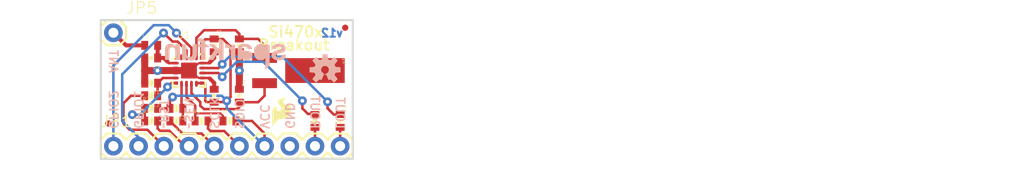
<source format=kicad_pcb>
(kicad_pcb (version 20211014) (generator pcbnew)
  (layers (0 "F.Cu" signal) (31 "B.Cu" signal) (34 "B.Paste" user) (35 "F.Paste" user) (36 "B.SilkS" user "B.Silkscreen") (37 "F.SilkS" user "F.Silkscreen") (38 "B.Mask" user) (39 "F.Mask" user) (44 "Edge.Cuts" user))
  (net 0 "")
  (net 1 "GND")
  (net 2 "N$1")
  (net 3 "N$2")
  (net 4 "~{RST-L}")
  (net 5 "~{SEN-L}")
  (net 6 "SCLK-L")
  (net 7 "SDIO-L")
  (net 8 "N$13")
  (net 9 "N$14")
  (net 10 "~{RST}")
  (net 11 "~{SEN}")
  (net 12 "SCLK")
  (net 13 "SDIO")
  (net 14 "GPIO1")
  (net 15 "GPIO2")
  (net 16 "3.3V")
  (net 17 "LOUT")
  (net 18 "ROUT")
  (net 19 "ANT")
  (net 20 "N$3")
  (footprint "boardEagle:0402-RES" (layer "F.Cu") (at 145.9611 108.1786)
    (fp_text reference "R9" (at -0.889 -0.6985) (layer "F.SilkS") (effects (font (size 0.373888 0.373888) (thickness 0.032512)) (justify left bottom)))
    (fp_text value "330")
    (pad "1" smd rect (at -0.65 0) (size 0.7 0.9) (layers "F.Cu" "F.Paste" "F.Mask") (net 7 "SDIO-L"))
    (pad "2" smd rect (at 0.65 0) (size 0.7 0.9) (layers "F.Cu" "F.Paste" "F.Mask") (net 13 "SDIO"))
  )
  (footprint "boardEagle:0402-RES" (layer "F.Cu") (at 143.4211 106.9086 180)
    (fp_text reference "R3" (at -0.889 -0.6985 180) (layer "F.SilkS") (effects (font (size 0.373888 0.373888) (thickness 0.032512)) (justify right top)))
    (fp_text value "4.7k")
    (pad "1" smd rect (at -0.65 0 180) (size 0.7 0.9) (layers "F.Cu" "F.Paste" "F.Mask") (net 6 "SCLK-L"))
    (pad "2" smd rect (at 0.65 0 180) (size 0.7 0.9) (layers "F.Cu" "F.Paste" "F.Mask") (net 16 "3.3V"))
  )
  (footprint "boardEagle:SPARKFUN_SI470X" (layer "F.Cu") (at 144.6911 103.0986)
    (fp_text reference "U1" (at -1.27 -3.175) (layer "F.SilkS") (effects (font (size 0.70104 0.70104) (thickness 0.06096)) (justify left bottom)))
    (fp_text value "SI4703")
    (pad "1" smd rect (at -1.275 -1.265) (size 0.34 0.34) (layers "F.Cu" "F.Paste" "F.Mask"))
    (pad "2" smd roundrect (at -1.335 -0.75 270) (size 0.28 0.61) (layers "F.Cu" "F.Paste" "F.Mask") (roundrect_rratio 0.475) (net 20 "N$3"))
    (pad "3" smd roundrect (at -1.335 -0.25 270) (size 0.28 0.61) (layers "F.Cu" "F.Paste" "F.Mask") (roundrect_rratio 0.475) (net 1 "GND"))
    (pad "4" smd roundrect (at -1.335 0.25 270) (size 0.28 0.61) (layers "F.Cu" "F.Paste" "F.Mask") (roundrect_rratio 0.475) (net 1 "GND"))
    (pad "5" smd roundrect (at -1.335 0.75 270) (size 0.28 0.61) (layers "F.Cu" "F.Paste" "F.Mask") (roundrect_rratio 0.475) (net 4 "~{RST-L}"))
    (pad "6" smd rect (at -1.265 1.265) (size 0.34 0.34) (layers "F.Cu" "F.Paste" "F.Mask") (net 5 "~{SEN-L}"))
    (pad "7" smd roundrect (at -0.75 1.335 180) (size 0.28 0.61) (layers "F.Cu" "F.Paste" "F.Mask") (roundrect_rratio 0.475) (net 6 "SCLK-L"))
    (pad "8" smd roundrect (at -0.25 1.335 180) (size 0.28 0.61) (layers "F.Cu" "F.Paste" "F.Mask") (roundrect_rratio 0.475) (net 7 "SDIO-L"))
    (pad "9" smd roundrect (at 0.25 1.335 180) (size 0.28 0.61) (layers "F.Cu" "F.Paste" "F.Mask") (roundrect_rratio 0.475) (net 2 "N$1"))
    (pad "10" smd roundrect (at 0.75 1.335 180) (size 0.28 0.61) (layers "F.Cu" "F.Paste" "F.Mask") (roundrect_rratio 0.475) (net 16 "3.3V"))
    (pad "11" smd rect (at 1.265 1.265) (size 0.34 0.34) (layers "F.Cu" "F.Paste" "F.Mask") (net 16 "3.3V"))
    (pad "12" smd roundrect (at 1.335 0.75 90) (size 0.28 0.61) (layers "F.Cu" "F.Paste" "F.Mask") (roundrect_rratio 0.475) (net 1 "GND"))
    (pad "13" smd roundrect (at 1.335 0.25 90) (size 0.28 0.61) (layers "F.Cu" "F.Paste" "F.Mask") (roundrect_rratio 0.475) (net 9 "N$14"))
    (pad "14" smd roundrect (at 1.335 -0.25 90) (size 0.28 0.61) (layers "F.Cu" "F.Paste" "F.Mask") (roundrect_rratio 0.475) (net 8 "N$13"))
    (pad "15" smd roundrect (at 1.335 -0.75 90) (size 0.28 0.61) (layers "F.Cu" "F.Paste" "F.Mask") (roundrect_rratio 0.475) (net 1 "GND"))
    (pad "16" smd rect (at 1.265 -1.265) (size 0.34 0.34) (layers "F.Cu" "F.Paste" "F.Mask") (net 16 "3.3V"))
    (pad "17" smd roundrect (at 0.75 -1.335) (size 0.28 0.61) (layers "F.Cu" "F.Paste" "F.Mask") (roundrect_rratio 0.475) (net 3 "N$2"))
    (pad "18" smd roundrect (at 0.25 -1.335) (size 0.28 0.61) (layers "F.Cu" "F.Paste" "F.Mask") (roundrect_rratio 0.475) (net 15 "GPIO2"))
    (pad "19" smd roundrect (at -0.25 -1.335) (size 0.28 0.61) (layers "F.Cu" "F.Paste" "F.Mask") (roundrect_rratio 0.475) (net 14 "GPIO1"))
    (pad "20" smd roundrect (at -0.75 -1.335) (size 0.28 0.61) (layers "F.Cu" "F.Paste" "F.Mask") (roundrect_rratio 0.475))
    (pad "21" smd roundrect (at 0 0) (size 1.6 1.6) (layers "F.Cu") (roundrect_rratio 0.05) (net 1 "GND"))
  )
  (footprint "boardEagle:0402-CAP" (layer "F.Cu") (at 157.3911 108.1786 -90)
    (fp_text reference "C7" (at -0.889 -0.6985 -90) (layer "F.SilkS") (effects (font (size 0.373888 0.373888) (thickness 0.032512)) (justify left bottom)))
    (fp_text value "1uF")
    (pad "1" smd rect (at -0.65 0 270) (size 0.7 0.9) (layers "F.Cu" "F.Paste" "F.Mask") (net 9 "N$14"))
    (pad "2" smd rect (at 0.65 0 270) (size 0.7 0.9) (layers "F.Cu" "F.Paste" "F.Mask") (net 18 "ROUT"))
  )
  (footprint "boardEagle:0402-RES" (layer "F.Cu") (at 140.8811 105.6386 180)
    (fp_text reference "R12" (at -0.889 -0.6985 180) (layer "F.SilkS") (effects (font (size 0.373888 0.373888) (thickness 0.032512)) (justify right top)))
    (fp_text value "330")
    (pad "1" smd rect (at -0.65 0 180) (size 0.7 0.9) (layers "F.Cu" "F.Paste" "F.Mask") (net 4 "~{RST-L}"))
    (pad "2" smd rect (at 0.65 0 180) (size 0.7 0.9) (layers "F.Cu" "F.Paste" "F.Mask") (net 10 "~{RST}"))
  )
  (footprint "boardEagle:1X01" (layer "F.Cu") (at 137.0711 99.2886)
    (fp_text reference "JP5" (at 1.1938 -1.8288) (layer "F.SilkS") (effects (font (size 1.1684 1.1684) (thickness 0.1016)) (justify left bottom)))
    (fp_text value "M01PTH")
    (pad "1" thru_hole circle (at 0 0 90) (size 1.8796 1.8796) (drill 1.016) (layers *.Cu *.Mask) (net 19 "ANT"))
  )
  (footprint "boardEagle:1X10" (layer "F.Cu") (at 137.0711 110.7186)
    (fp_text reference "JP1" (at -1.3462 -1.8288) (layer "F.SilkS") (effects (font (size 1.143 1.143) (thickness 0.127)) (justify left bottom)))
    (fp_text value "M10\"")
    (pad "1" thru_hole circle (at 0 0 90) (size 1.8796 1.8796) (drill 1.016) (layers *.Cu *.Mask) (net 15 "GPIO2"))
    (pad "2" thru_hole circle (at 2.54 0 90) (size 1.8796 1.8796) (drill 1.016) (layers *.Cu *.Mask) (net 14 "GPIO1"))
    (pad "3" thru_hole circle (at 5.08 0 90) (size 1.8796 1.8796) (drill 1.016) (layers *.Cu *.Mask) (net 10 "~{RST}"))
    (pad "4" thru_hole circle (at 7.62 0 90) (size 1.8796 1.8796) (drill 1.016) (layers *.Cu *.Mask) (net 11 "~{SEN}"))
    (pad "5" thru_hole circle (at 10.16 0 90) (size 1.8796 1.8796) (drill 1.016) (layers *.Cu *.Mask) (net 12 "SCLK"))
    (pad "6" thru_hole circle (at 12.7 0 90) (size 1.8796 1.8796) (drill 1.016) (layers *.Cu *.Mask) (net 13 "SDIO"))
    (pad "7" thru_hole circle (at 15.24 0 90) (size 1.8796 1.8796) (drill 1.016) (layers *.Cu *.Mask) (net 16 "3.3V"))
    (pad "8" thru_hole circle (at 17.78 0 90) (size 1.8796 1.8796) (drill 1.016) (layers *.Cu *.Mask) (net 1 "GND"))
    (pad "9" thru_hole circle (at 20.32 0 90) (size 1.8796 1.8796) (drill 1.016) (layers *.Cu *.Mask) (net 18 "ROUT"))
    (pad "10" thru_hole circle (at 22.86 0 90) (size 1.8796 1.8796) (drill 1.016) (layers *.Cu *.Mask) (net 17 "LOUT"))
  )
  (footprint "boardEagle:0402-RES" (layer "F.Cu") (at 140.8811 108.1786)
    (fp_text reference "R11" (at -0.889 -0.6985) (layer "F.SilkS") (effects (font (size 0.373888 0.373888) (thickness 0.032512)) (justify left bottom)))
    (fp_text value "330")
    (pad "1" smd rect (at -0.65 0) (size 0.7 0.9) (layers "F.Cu" "F.Paste" "F.Mask") (net 5 "~{SEN-L}"))
    (pad "2" smd rect (at 0.65 0) (size 0.7 0.9) (layers "F.Cu" "F.Paste" "F.Mask") (net 11 "~{SEN}"))
  )
  (footprint "boardEagle:0402-RES" (layer "F.Cu") (at 140.8811 106.9086)
    (fp_text reference "R2" (at -0.889 -0.6985) (layer "F.SilkS") (effects (font (size 0.373888 0.373888) (thickness 0.032512)) (justify left bottom)))
    (fp_text value "10k")
    (pad "1" smd rect (at -0.65 0) (size 0.7 0.9) (layers "F.Cu" "F.Paste" "F.Mask") (net 5 "~{SEN-L}"))
    (pad "2" smd rect (at 0.65 0) (size 0.7 0.9) (layers "F.Cu" "F.Paste" "F.Mask") (net 16 "3.3V"))
  )
  (footprint "boardEagle:0402-CAP" (layer "F.Cu") (at 159.9311 108.1786 -90)
    (fp_text reference "C6" (at -0.889 -0.6985 -90) (layer "F.SilkS") (effects (font (size 0.373888 0.373888) (thickness 0.032512)) (justify left bottom)))
    (fp_text value "1uF")
    (pad "1" smd rect (at -0.65 0 270) (size 0.7 0.9) (layers "F.Cu" "F.Paste" "F.Mask") (net 8 "N$13"))
    (pad "2" smd rect (at 0.65 0 270) (size 0.7 0.9) (layers "F.Cu" "F.Paste" "F.Mask") (net 17 "LOUT"))
  )
  (footprint "boardEagle:MICRO-FIDUCIAL" (layer "F.Cu") (at 136.5631 108.4326)
    (fp_text reference "JP4" hide)
    (fp_text value "FIDUCIALUFIDUCIAL" hide)
    (pad "1" smd roundrect (at 0 0) (size 0.635 0.635) (layers "F.Cu" "F.Mask") (roundrect_rratio 0.5))
  )
  (footprint "boardEagle:0402-RES" (layer "F.Cu") (at 148.7711 108.1786)
    (fp_text reference "R8" (at -0.889 -0.6985) (layer "F.SilkS") (effects (font (size 0.373888 0.373888) (thickness 0.032512)) (justify left bottom)))
    (fp_text value "4.7k")
    (pad "1" smd rect (at -0.65 0) (size 0.7 0.9) (layers "F.Cu" "F.Paste" "F.Mask") (net 7 "SDIO-L"))
    (pad "2" smd rect (at 0.65 0) (size 0.7 0.9) (layers "F.Cu" "F.Paste" "F.Mask") (net 16 "3.3V"))
  )
  (footprint "boardEagle:C0402" (layer "F.Cu") (at 140.8811 100.5586)
    (fp_text reference "L1" (at -0.889 -0.6985) (layer "F.SilkS") (effects (font (size 0.373888 0.373888) (thickness 0.032512)) (justify left bottom)))
    (fp_text value "ferrite")
    (pad "1" smd rect (at -0.65 0) (size 0.7 0.9) (layers "F.Cu" "F.Paste" "F.Mask") (net 19 "ANT"))
    (pad "2" smd rect (at 0.65 0) (size 0.7 0.9) (layers "F.Cu" "F.Paste" "F.Mask") (net 20 "N$3"))
  )
  (footprint "boardEagle:MICRO-FIDUCIAL" (layer "F.Cu") (at 160.4391 98.7806)
    (fp_text reference "JP6" hide)
    (fp_text value "FIDUCIALUFIDUCIAL" hide)
    (pad "1" smd roundrect (at 0 0) (size 0.635 0.635) (layers "F.Cu" "F.Mask") (roundrect_rratio 0.5))
  )
  (footprint "boardEagle:0402-RES" (layer "F.Cu") (at 143.4211 108.1786 180)
    (fp_text reference "R10" (at -0.889 -0.6985 180) (layer "F.SilkS") (effects (font (size 0.373888 0.373888) (thickness 0.032512)) (justify right top)))
    (fp_text value "330")
    (pad "1" smd rect (at -0.65 0 180) (size 0.7 0.9) (layers "F.Cu" "F.Paste" "F.Mask") (net 6 "SCLK-L"))
    (pad "2" smd rect (at 0.65 0 180) (size 0.7 0.9) (layers "F.Cu" "F.Paste" "F.Mask") (net 12 "SCLK"))
  )
  (footprint "boardEagle:CRYSTAL-32KHZ-SMD" (layer "F.Cu") (at 152.3111 103.0986 -90)
    (fp_text reference "Y1" (at -0.635 -8.255 -90) (layer "F.SilkS") (effects (font (size 0.373888 0.373888) (thickness 0.032512)) (justify left bottom)))
    (fp_text value "32.768kHz")
    (pad "SHEILD" smd rect (at 0 -5.08 270) (size 2.5 6) (layers "F.Cu" "F.Paste" "F.Mask"))
    (pad "X1" smd rect (at -1.27 0 270) (size 1 2.5) (layers "F.Cu" "F.Paste" "F.Mask") (net 3 "N$2"))
    (pad "X2" smd rect (at 1.27 0 270) (size 1 2.5) (layers "F.Cu" "F.Paste" "F.Mask") (net 2 "N$1"))
  )
  (footprint "boardEagle:0402-CAP" (layer "F.Cu") (at 149.7711 105.6386 -90)
    (fp_text reference "C4" (at -0.889 -0.6985 -90) (layer "F.SilkS") (effects (font (size 0.373888 0.373888) (thickness 0.032512)) (justify left bottom)))
    (fp_text value "22pF")
    (pad "1" smd rect (at -0.65 0 270) (size 0.7 0.9) (layers "F.Cu" "F.Paste" "F.Mask") (net 1 "GND"))
    (pad "2" smd rect (at 0.65 0 270) (size 0.7 0.9) (layers "F.Cu" "F.Paste" "F.Mask") (net 2 "N$1"))
  )
  (footprint "boardEagle:0402-CAP" (layer "F.Cu") (at 147.2311 105.6386 90)
    (fp_text reference "C2" (at -0.889 -0.6985 90) (layer "F.SilkS") (effects (font (size 0.373888 0.373888) (thickness 0.032512)) (justify left bottom)))
    (fp_text value "22nF")
    (pad "1" smd rect (at -0.65 0 90) (size 0.7 0.9) (layers "F.Cu" "F.Paste" "F.Mask") (net 16 "3.3V"))
    (pad "2" smd rect (at 0.65 0 90) (size 0.7 0.9) (layers "F.Cu" "F.Paste" "F.Mask") (net 1 "GND"))
  )
  (footprint "boardEagle:0402-CAP" (layer "F.Cu") (at 149.7711 100.5586 90)
    (fp_text reference "C3" (at -0.889 -0.6985 90) (layer "F.SilkS") (effects (font (size 0.373888 0.373888) (thickness 0.032512)) (justify left bottom)))
    (fp_text value "22pF")
    (pad "1" smd rect (at -0.65 0 90) (size 0.7 0.9) (layers "F.Cu" "F.Paste" "F.Mask") (net 1 "GND"))
    (pad "2" smd rect (at 0.65 0 90) (size 0.7 0.9) (layers "F.Cu" "F.Paste" "F.Mask") (net 3 "N$2"))
  )
  (footprint "boardEagle:0402-RES" (layer "F.Cu") (at 140.8811 104.3686 180)
    (fp_text reference "R1" (at -0.889 -0.6985 180) (layer "F.SilkS") (effects (font (size 0.373888 0.373888) (thickness 0.032512)) (justify right top)))
    (fp_text value "10k")
    (pad "1" smd rect (at -0.65 0 180) (size 0.7 0.9) (layers "F.Cu" "F.Paste" "F.Mask") (net 4 "~{RST-L}"))
    (pad "2" smd rect (at 0.65 0 180) (size 0.7 0.9) (layers "F.Cu" "F.Paste" "F.Mask") (net 1 "GND"))
  )
  (footprint "boardEagle:SFE-LOGO-FLAME" (layer "F.Cu") (at 153.1011 108.6917)
    (fp_text reference "JP3" hide)
    (fp_text value "LOGO-SFESK" hide)
  )
  (footprint "boardEagle:CREATIVE_COMMONS" (layer "F.Cu") (at 145.9611 109.4486)
    (fp_text reference "U$1" hide)
    (fp_text value "CREATIVE_COMMONS" hide)
  )
  (footprint "boardEagle:0402-CAP" (layer "F.Cu") (at 140.8811 101.8286 180)
    (fp_text reference "C5" (at -0.889 -0.6985 180) (layer "F.SilkS") (effects (font (size 0.373888 0.373888) (thickness 0.032512)) (justify right top)))
    (fp_text value "4.7pF")
    (pad "1" smd rect (at -0.65 0 180) (size 0.7 0.9) (layers "F.Cu" "F.Paste" "F.Mask") (net 20 "N$3"))
    (pad "2" smd rect (at 0.65 0 180) (size 0.7 0.9) (layers "F.Cu" "F.Paste" "F.Mask") (net 1 "GND"))
  )
  (footprint "boardEagle:0402-CAP" (layer "F.Cu") (at 147.2311 100.5586 -90)
    (fp_text reference "C1" (at -0.889 -0.6985 -90) (layer "F.SilkS") (effects (font (size 0.373888 0.373888) (thickness 0.032512)) (justify left bottom)))
    (fp_text value "0.1uF")
    (pad "1" smd rect (at -0.65 0 270) (size 0.7 0.9) (layers "F.Cu" "F.Paste" "F.Mask") (net 16 "3.3V"))
    (pad "2" smd rect (at 0.65 0 270) (size 0.7 0.9) (layers "F.Cu" "F.Paste" "F.Mask") (net 1 "GND"))
  )
  (footprint "boardEagle:OSHW-LOGO-S" (layer "B.Cu") (at 158.4071 103.0224 180)
    (fp_text reference "U$3" hide)
    (fp_text value "OSHW-LOGOS" hide)
  )
  (footprint "boardEagle:SFE-NEW-WEB" (layer "B.Cu") (at 154.4701 102.9716 180)
    (fp_text reference "JP2" hide)
    (fp_text value "LOGO-SFENW2" hide)
  )
  (gr_line (start 161.2011 111.9886) (end 161.2011 98.0186) (layer "Edge.Cuts") (width 0.2032))
  (gr_line (start 161.2011 98.0186) (end 135.8011 98.0186) (layer "Edge.Cuts") (width 0.2032))
  (gr_line (start 135.8011 111.9886) (end 161.2011 111.9886) (layer "Edge.Cuts") (width 0.2032))
  (gr_line (start 135.8011 98.0186) (end 135.8011 111.9886) (layer "Edge.Cuts") (width 0.2032))
  (gr_text "v12" (at 160.3121 99.7966) (layer "B.Cu") (effects (font (size 0.8128 0.8128) (thickness 0.2032)) (justify left bottom mirror)))
  (gr_text "~SEN" (at 144.1831 109.0676 -90) (layer "B.SilkS") (effects (font (size 0.8636 0.8636) (thickness 0.1524)) (justify left bottom mirror)))
  (gr_text "GND" (at 154.3431 109.0676 -90) (layer "B.SilkS") (effects (font (size 0.8636 0.8636) (thickness 0.1524)) (justify left bottom mirror)))
  (gr_text "SCLK" (at 146.7231 109.0676 -90) (layer "B.SilkS") (effects (font (size 0.8636 0.8636) (thickness 0.1524)) (justify left bottom mirror)))
  (gr_text "GPIO1" (at 139.1031 109.0676 -90) (layer "B.SilkS") (effects (font (size 0.8636 0.8636) (thickness 0.1524)) (justify left bottom mirror)))
  (gr_text "LOUT" (at 159.4231 109.0676 -90) (layer "B.SilkS") (effects (font (size 0.8636 0.8636) (thickness 0.1524)) (justify left bottom mirror)))
  (gr_text "SDIO" (at 149.2631 109.0676 -90) (layer "B.SilkS") (effects (font (size 0.8636 0.8636) (thickness 0.1524)) (justify left bottom mirror)))
  (gr_text "ANT" (at 136.5631 103.4288 -90) (layer "B.SilkS") (effects (font (size 0.8636 0.8636) (thickness 0.1524)) (justify left bottom mirror)))
  (gr_text "VCC" (at 151.8031 109.0676 -90) (layer "B.SilkS") (effects (font (size 0.8636 0.8636) (thickness 0.1524)) (justify left bottom mirror)))
  (gr_text "ROUT" (at 156.8831 109.0676 -90) (layer "B.SilkS") (effects (font (size 0.8636 0.8636) (thickness 0.1524)) (justify left bottom mirror)))
  (gr_text "GPIO2" (at 136.5631 109.0676 -90) (layer "B.SilkS") (effects (font (size 0.8636 0.8636) (thickness 0.1524)) (justify left bottom mirror)))
  (gr_text "~RST" (at 141.6431 109.0676 -90) (layer "B.SilkS") (effects (font (size 0.8636 0.8636) (thickness 0.1524)) (justify left bottom mirror)))
  (gr_text "Si470x" (at 152.5677 99.827) (layer "F.SilkS") (effects (font (size 1.0795 1.0795) (thickness 0.1905)) (justify left bottom)))
  (gr_text "Breakout" (at 151.6025 101.1478) (layer "F.SilkS") (effects (font (size 1.0795 1.0795) (thickness 0.1905)) (justify left bottom)))
  (segment (start 143.1061 103.0986) (end 143.1061 103.0986) (width 0.254) (layer "F.Cu") (net 1))
  (segment (start 145.6951 102.3486) (end 145.2499 102.7176) (width 0.2032) (layer "F.Cu") (net 1))
  (segment (start 149.7711 104.9886) (end 149.7711 103.0986) (width 0.7112) (layer "F.Cu") (net 1))
  (segment (start 140.2311 101.8286) (end 140.2311 103.0986) (width 0.7112) (layer "F.Cu") (net 1))
  (segment (start 146.7365 103.8486) (end 146.7993 103.9114) (width 0.254) (layer "F.Cu") (net 1))
  (segment (start 144.6657 103.0986) (end 144.4371 103.3272) (width 0.2032) (layer "F.Cu") (net 1))
  (segment (start 144.6911 103.0986) (end 144.9451 103.0986) (width 0.254) (layer "F.Cu") (net 1))
  (segment (start 144.4411 103.3486) (end 144.4411 103.3486) (width 0.254) (layer "F.Cu") (net 1))
  (segment (start 146.0261 102.3486) (end 146.7111 102.3486) (width 0.254) (layer "F.Cu") (net 1))
  (segment (start 147.2311 101.8286) (end 147.2311 101.2086) (width 0.4064) (layer "F.Cu") (net 1))
  (segment (start 144.6911 103.0986) (end 144.6657 103.0986) (width 0.2032) (layer "F.Cu") (net 1))
  (segment (start 147.2311 104.3686) (end 147.2311 104.9886) (width 0.4064) (layer "F.Cu") (net 1))
  (segment (start 146.7111 103.8486) (end 146.7365 103.8486) (width 0.254) (layer "F.Cu") (net 1))
  (segment (start 146.0261 103.8486) (end 146.7111 103.8486) (width 0.254) (layer "F.Cu") (net 1))
  (segment (start 140.2311 104.3536) (end 140.2461 104.3686) (width 0.254) (layer "F.Cu") (net 1))
  (segment (start 143.201771 103.07957) (end 143.282877 103.025377) (width 0.254) (layer "F.Cu") (net 1))
  (segment (start 144.4625 103.3272) (end 144.6911 103.0986) (width 0.2032) (layer "F.Cu") (net 1))
  (segment (start 146.7111 102.3486) (end 146.7739 102.2858) (width 0.254) (layer "F.Cu") (net 1))
  (segment (start 143.3561 103.3486) (end 143.3561 103.1128) (width 0.2032) (layer "F.Cu") (net 1))
  (segment (start 147.2311 101.8286) (end 146.7739 102.2858) (width 0.4064) (layer "F.Cu") (net 1))
  (segment (start 146.0261 103.8486) (end 145.6697 103.8486) (width 0.2032) (layer "F.Cu") (net 1))
  (segment (start 146.0261 102.3486) (end 145.6951 102.3486) (width 0.2032) (layer "F.Cu") (net 1))
  (segment (start 147.2311 104.3686) (end 147.2311 104.3432) (width 0.4064) (layer "F.Cu") (net 1))
  (segment (start 147.2311 104.3432) (end 146.7993 103.9114) (width 0.4064) (layer "F.Cu") (net 1))
  (segment (start 140.2311 104.3686) (end 140.2461 104.3686) (width 0.7112) (layer "F.Cu") (net 1))
  (segment (start 143.3561 102.8486) (end 143.3561 103.3486) (width 0.254) (layer "F.Cu") (net 1))
  (segment (start 143.3703 103.0986) (end 144.6911 103.0986) (width 0.7112) (layer "F.Cu") (net 1))
  (segment (start 141.5161 103.0986) (end 140.2311 103.0986) (width 0.7112) (layer "F.Cu") (net 1))
  (segment (start 145.2499 102.7176) (end 145.0721 102.7176) (width 0.2032) (layer "F.Cu") (net 1))
  (segment (start 145.6697 103.8486) (end 145.3261 103.5812) (width 0.2032) (layer "F.Cu") (net 1))
  (segment (start 144.536771 103.32957) (end 144.617877 103.275377) (width 0.254) (layer "F.Cu") (net 1))
  (segment (start 143.3561 103.1128) (end 143.3703 103.0986) (width 0.2032) (layer "F.Cu") (net 1))
  (segment (start 145.1737 103.5812) (end 144.6911 103.0986) (width 0.2032) (layer "F.Cu") (net 1))
  (segment (start 149.7711 101.2086) (end 149.7711 103.0986) (width 0.7112) (layer "F.Cu") (net 1))
  (segment (start 140.2311 103.0986) (end 140.2311 104.3536) (width 0.7112) (layer "F.Cu") (net 1))
  (segment (start 143.1061 103.0986) (end 143.201771 103.07957) (width 0.254) (layer "F.Cu") (net 1))
  (segment (start 145.3261 103.5812) (end 145.1737 103.5812) (width 0.2032) (layer "F.Cu") (net 1))
  (segment (start 144.4411 103.3486) (end 144.536771 103.32957) (width 0.254) (layer "F.Cu") (net 1))
  (segment (start 144.617877 103.275377) (end 144.6911 103.0986) (width 0.254) (layer "F.Cu") (net 1))
  (segment (start 143.282877 103.025377) (end 143.3561 102.8486) (width 0.254) (layer "F.Cu") (net 1))
  (segment (start 144.4371 103.3272) (end 144.4625 103.3272) (width 0.2032) (layer "F.Cu") (net 1))
  (segment (start 141.5161 103.0986) (end 143.1061 103.0986) (width 0.7112) (layer "F.Cu") (net 1))
  (segment (start 145.0721 102.7176) (end 144.6911 103.0986) (width 0.2032) (layer "F.Cu") (net 1))
  (via (at 149.7711 103.0986) (size 0.889) (drill 0.381) (layers "F.Cu" "B.Cu") (net 1))
  (via (at 141.5161 103.0986) (size 0.889) (drill 0.381) (layers "F.Cu" "B.Cu") (net 1))
  (segment (start 149.7711 106.2886) (end 151.6611 106.2886) (width 0.254) (layer "F.Cu") (net 2))
  (segment (start 146.2151 106.9848) (end 149.5171 106.9848) (width 0.254) (layer "F.Cu") (net 2))
  (segment (start 144.9411 105.3806) (end 145.4531 105.8926) (width 0.254) (layer "F.Cu") (net 2))
  (segment (start 151.6611 106.2886) (end 152.3111 105.6386) (width 0.254) (layer "F.Cu") (net 2))
  (segment (start 149.7711 106.7816) (end 149.6441 106.9086) (width 0.254) (layer "F.Cu") (net 2))
  (segment (start 145.8341 106.2736) (end 145.4531 105.8926) (width 0.254) (layer "F.Cu") (net 2))
  (segment (start 149.5171 106.9848) (end 149.6441 106.9086) (width 0.254) (layer "F.Cu") (net 2))
  (segment (start 145.8341 106.6546) (end 146.2151 106.9848) (width 0.254) (layer "F.Cu") (net 2))
  (segment (start 144.9411 104.8726) (end 144.9411 105.3806) (width 0.254) (layer "F.Cu") (net 2))
  (segment (start 145.8341 106.6546) (end 145.8341 106.2736) (width 0.254) (layer "F.Cu") (net 2))
  (segment (start 144.9411 104.4336) (end 144.9411 104.8726) (width 0.254) (layer "F.Cu") (net 2))
  (segment (start 149.7711 106.2886) (end 149.7711 106.7816) (width 0.254) (layer "F.Cu") (net 2))
  (segment (start 152.3111 105.6386) (end 152.3111 104.3686) (width 0.254) (layer "F.Cu") (net 2))
  (segment (start 152.3111 100.5586) (end 152.3111 101.8286) (width 0.254) (layer "F.Cu") (net 3))
  (segment (start 146.2151 99.0346) (end 149.3901 99.0346) (width 0.254) (layer "F.Cu") (net 3))
  (segment (start 149.7711 99.4156) (end 149.7076 99.3521) (width 0.254) (layer "F.Cu") (net 3))
  (segment (start 149.7711 99.9086) (end 151.6611 99.9086) (width 0.254) (layer "F.Cu") (net 3))
  (segment (start 149.7076 99.3521) (end 149.7711 99.4156) (width 0.254) (layer "F.Cu") (net 3))
  (segment (start 151.6611 99.9086) (end 152.3111 100.5586) (width 0.254) (layer "F.Cu") (net 3))
  (segment (start 149.7711 99.9086) (end 149.7711 99.4156) (width 0.254) (layer "F.Cu") (net 3))
  (segment (start 145.4411 101.7636) (end 145.4411 99.8086) (width 0.254) (layer "F.Cu") (net 3))
  (segment (start 149.3901 99.0346) (end 149.7076 99.3521) (width 0.254) (layer "F.Cu") (net 3))
  (segment (start 145.4411 99.8086) (end 146.2151 99.0346) (width 0.254) (layer "F.Cu") (net 3))
  (segment (start 141.5311 105.6386) (end 141.5311 104.3686) (width 0.254) (layer "F.Cu") (net 4))
  (segment (start 143.3561 103.8486) (end 142.0511 103.8486) (width 0.254) (layer "F.Cu") (net 4))
  (segment (start 142.0511 103.8486) (end 141.5311 104.3686) (width 0.254) (layer "F.Cu") (net 4))
  (segment (start 140.2311 108.1786) (end 140.2311 106.9086) (width 0.254) (layer "F.Cu") (net 5))
  (segment (start 142.9181 104.3636) (end 142.5321 104.7496) (width 0.254) (layer "F.Cu") (net 5))
  (segment (start 140.2311 108.1786) (end 140.2311 107.5436) (width 0.254) (layer "F.Cu") (net 5))
  (segment (start 143.4261 104.3636) (end 142.9181 104.3636) (width 0.254) (layer "F.Cu") (net 5))
  (segment (start 140.2311 107.5436) (end 138.9761 107.5436) (width 0.254) (layer "F.Cu") (net 5))
  (via (at 142.5321 104.7496) (size 0.889) (drill 0.381) (layers "F.Cu" "B.Cu") (net 5))
  (via (at 138.9761 107.5436) (size 0.889) (drill 0.381) (layers "F.Cu" "B.Cu") (net 5))
  (segment (start 138.9761 107.5436) (end 139.7381 107.5436) (width 0.254) (layer "B.Cu") (net 5))
  (segment (start 139.7381 107.5436) (end 142.5321 104.7496) (width 0.254) (layer "B.Cu") (net 5))
  (segment (start 143.9411 106.6666) (end 144.0561 106.7816) (width 0.254) (layer "F.Cu") (net 6))
  (segment (start 144.0711 106.9086) (end 144.0711 106.7966) (width 0.254) (layer "F.Cu") (net 6))
  (segment (start 144.0711 108.1786) (end 144.0711 106.9086) (width 0.254) (layer "F.Cu") (net 6))
  (segment (start 143.9411 104.4336) (end 143.9411 106.6666) (width 0.254) (layer "F.Cu") (net 6))
  (segment (start 144.0711 106.7966) (end 144.0561 106.7816) (width 0.254) (layer "F.Cu") (net 6))
  (segment (start 145.3261 108.1636) (end 145.3111 108.1786) (width 0.254) (layer "F.Cu") (net 7))
  (segment (start 144.4411 105.7696) (end 144.8181 106.1466) (width 0.254) (layer "F.Cu") (net 7))
  (segment (start 145.3261 106.6546) (end 144.8181 106.1466) (width 0.254) (layer "F.Cu") (net 7))
  (segment (start 148.1211 108.1786) (end 148.1211 107.6716) (width 0.2032) (layer "F.Cu") (net 7))
  (segment (start 144.4411 104.4336) (end 144.4411 105.7696) (width 0.254) (layer "F.Cu") (net 7))
  (segment (start 145.3261 108.1636) (end 145.3261 107.4166) (width 0.254) (layer "F.Cu") (net 7))
  (segment (start 147.8661 107.4166) (end 145.4531 107.4166) (width 0.2032) (layer "F.Cu") (net 7))
  (segment (start 145.3261 107.4166) (end 145.3261 106.6546) (width 0.254) (layer "F.Cu") (net 7))
  (segment (start 145.4531 107.4166) (end 145.3261 107.4166) (width 0.2032) (layer "F.Cu") (net 7))
  (segment (start 148.1211 107.6716) (end 147.8661 107.4166) (width 0.2032) (layer "F.Cu") (net 7))
  (segment (start 146.0261 102.8486) (end 147.6589 102.8486) (width 0.254) (layer "F.Cu") (net 8))
  (segment (start 158.6611 106.9086) (end 158.6611 106.2482) (width 0.254) (layer "F.Cu") (net 8))
  (segment (start 159.2811 107.5286) (end 158.6611 106.9086) (width 0.254) (layer "F.Cu") (net 8))
  (segment (start 147.6589 102.8486) (end 148.0439 102.4636) (width 0.254) (layer "F.Cu") (net 8))
  (segment (start 159.9311 107.5286) (end 159.2811 107.5286) (width 0.254) (layer "F.Cu") (net 8))
  (via (at 158.6611 106.2482) (size 0.889) (drill 0.381) (layers "F.Cu" "B.Cu") (net 8))
  (via (at 148.0439 102.4636) (size 0.889) (drill 0.381) (layers "F.Cu" "B.Cu") (net 8))
  (segment (start 148.7551 101.7016) (end 154.1145 101.7016) (width 0.254) (layer "B.Cu") (net 8))
  (segment (start 148.0439 102.4128) (end 148.7551 101.7016) (width 0.254) (layer "B.Cu") (net 8))
  (segment (start 156.3751 103.9622) (end 158.6611 106.2482) (width 0.254) (layer "B.Cu") (net 8))
  (segment (start 154.1145 101.7016) (end 156.3751 103.9622) (width 0.254) (layer "B.Cu") (net 8))
  (segment (start 148.0439 102.4636) (end 148.0439 102.4128) (width 0.254) (layer "B.Cu") (net 8))
  (segment (start 156.1211 106.1466) (end 156.1211 106.172) (width 0.254) (layer "F.Cu") (net 9))
  (segment (start 147.6589 103.3486) (end 148.0439 103.7336) (width 0.254) (layer "F.Cu") (net 9))
  (segment (start 156.6799 107.4674) (end 156.1211 106.9086) (width 0.254) (layer "F.Cu") (net 9))
  (segment (start 157.3911 107.4674) (end 157.4165 107.4674) (width 0.254) (layer "F.Cu") (net 9))
  (segment (start 156.1211 106.9086) (end 156.1211 106.172) (width 0.254) (layer "F.Cu") (net 9))
  (segment (start 157.3911 107.5286) (end 157.3911 107.4674) (width 0.254) (layer "F.Cu") (net 9))
  (segment (start 156.1211 106.172) (end 156.1211 106.1466) (width 0.254) (layer "F.Cu") (net 9))
  (segment (start 157.3911 107.4674) (end 156.6799 107.4674) (width 0.254) (layer "F.Cu") (net 9))
  (segment (start 146.0261 103.3486) (end 147.6589 103.3486) (width 0.254) (layer "F.Cu") (net 9))
  (via (at 148.0439 103.7336) (size 0.889) (drill 0.381) (layers "F.Cu" "B.Cu") (net 9))
  (via (at 156.1211 106.1466) (size 0.889) (drill 0.381) (layers "F.Cu" "B.Cu") (net 9))
  (segment (start 156.1211 106.1466) (end 152.1841 102.2096) (width 0.254) (layer "B.Cu") (net 9))
  (segment (start 148.0439 103.7336) (end 148.0439 103.6828) (width 0.254) (layer "B.Cu") (net 9))
  (segment (start 148.0439 103.6828) (end 149.5171 102.2096) (width 0.254) (layer "B.Cu") (net 9))
  (segment (start 149.5171 102.2096) (end 152.1841 102.2096) (width 0.254) (layer "B.Cu") (net 9))
  (segment (start 142.1511 110.7186) (end 140.5001 109.0676) (width 0.254) (layer "F.Cu") (net 10))
  (segment (start 138.7221 109.0676) (end 138.0871 108.4326) (width 0.254) (layer "F.Cu") (net 10))
  (segment (start 138.0871 108.4326) (end 138.0871 106.4006) (width 0.254) (layer "F.Cu") (net 10))
  (segment (start 138.0871 106.4006) (end 138.8491 105.6386) (width 0.254) (layer "F.Cu") (net 10))
  (segment (start 138.8491 105.6386) (end 140.2311 105.6386) (width 0.254) (layer "F.Cu") (net 10))
  (segment (start 140.5001 109.0676) (end 138.7221 109.0676) (width 0.254) (layer "F.Cu") (net 10))
  (segment (start 142.7099 109.1692) (end 141.7701 109.1692) (width 0.254) (layer "F.Cu") (net 11))
  (segment (start 144.6911 110.7186) (end 144.2593 110.7186) (width 0.254) (layer "F.Cu") (net 11))
  (segment (start 141.5311 108.9302) (end 141.5415 108.9406) (width 0.254) (layer "F.Cu") (net 11))
  (segment (start 141.5311 108.1786) (end 141.5311 108.9302) (width 0.254) (layer "F.Cu") (net 11))
  (segment (start 141.7701 109.1692) (end 141.5415 108.9406) (width 0.254) (layer "F.Cu") (net 11))
  (segment (start 144.2593 110.7186) (end 142.7099 109.1692) (width 0.254) (layer "F.Cu") (net 11))
  (segment (start 147.2311 110.7186) (end 145.9611 109.4486) (width 0.254) (layer "F.Cu") (net 12))
  (segment (start 144.0411 109.4486) (end 142.7711 108.1786) (width 0.254) (layer "F.Cu") (net 12))
  (segment (start 145.9611 109.4486) (end 144.0411 109.4486) (width 0.254) (layer "F.Cu") (net 12))
  (segment (start 146.6111 108.1786) (end 146.6111 108.9556) (width 0.254) (layer "F.Cu") (net 13))
  (segment (start 146.6111 108.9556) (end 146.8501 109.1946) (width 0.254) (layer "F.Cu") (net 13))
  (segment (start 148.2471 109.1946) (end 149.7711 110.7186) (width 0.254) (layer "F.Cu") (net 13))
  (segment (start 146.8501 109.1946) (end 148.2471 109.1946) (width 0.254) (layer "F.Cu") (net 13))
  (segment (start 144.4411 101.7636) (end 144.4411 101.0706) (width 0.254) (layer "F.Cu") (net 14))
  (segment (start 143.5481 100.1776) (end 143.0401 100.1776) (width 0.254) (layer "F.Cu") (net 14))
  (segment (start 143.0401 100.1776) (end 142.1257 99.314) (width 0.254) (layer "F.Cu") (net 14))
  (segment (start 144.4411 101.0706) (end 143.5481 100.1776) (width 0.254) (layer "F.Cu") (net 14))
  (via (at 142.1257 99.314) (size 0.889) (drill 0.381) (layers "F.Cu" "B.Cu") (net 14))
  (segment (start 137.9601 108.1786) (end 137.9601 103.4796) (width 0.254) (layer "B.Cu") (net 14))
  (segment (start 142.1257 99.314) (end 142.1511 99.2886) (width 0.254) (layer "B.Cu") (net 14))
  (segment (start 142.1257 99.314) (end 142.1511 99.2886) (width 0.254) (layer "B.Cu") (net 14))
  (segment (start 137.9601 103.4796) (end 142.1257 99.314) (width 0.254) (layer "B.Cu") (net 14))
  (segment (start 139.6111 109.8296) (end 137.9601 108.1786) (width 0.254) (layer "B.Cu") (net 14))
  (segment (start 139.6111 110.7186) (end 139.6111 109.8296) (width 0.254) (layer "B.Cu") (net 14))
  (segment (start 144.9411 101.7636) (end 144.9411 100.8086) (width 0.254) (layer "F.Cu") (net 15))
  (segment (start 144.9411 100.8086) (end 143.4211 99.314) (width 0.254) (layer "F.Cu") (net 15))
  (via (at 143.4211 99.314) (size 0.889) (drill 0.381) (layers "F.Cu" "B.Cu") (net 15))
  (segment (start 141.1859 98.5266) (end 142.6083 98.5266) (width 0.254) (layer "B.Cu") (net 15))
  (segment (start 142.6591 98.5266) (end 143.4211 99.314) (width 0.254) (layer "B.Cu") (net 15))
  (segment (start 137.0711 102.5906) (end 141.1351 98.5266) (width 0.254) (layer "B.Cu") (net 15))
  (segment (start 141.1351 98.5266) (end 141.1859 98.5266) (width 0.254) (layer "B.Cu") (net 15))
  (segment (start 137.0711 110.7186) (end 137.0711 102.5906) (width 0.254) (layer "B.Cu") (net 15))
  (segment (start 142.6083 98.5266) (end 142.6591 98.5266) (width 0.254) (layer "B.Cu") (net 15))
  (segment (start 148.8821 100.6856) (end 148.1201 99.9236) (width 0.254) (layer "F.Cu") (net 16))
  (segment (start 147.2311 106.2886) (end 147.2311 106.2736) (width 0.254) (layer "F.Cu") (net 16))
  (segment (start 147.2461 99.9236) (end 147.2311 99.9086) (width 0.254) (layer "F.Cu") (net 16))
  (segment (start 147.2461 106.2736) (end 148.3741 106.2736) (width 0.254) (layer "F.Cu") (net 16))
  (segment (start 147.2461 106.2736) (end 147.2311 106.2886) (width 0.254) (layer "F.Cu") (net 16))
  (segment (start 147.2565 99.949) (end 147.2565 99.934) (width 0.254) (layer "F.Cu") (net 16))
  (segment (start 148.5011 106.1466) (end 148.7551 105.8926) (width 0.254) (layer "F.Cu") (net 16))
  (segment (start 145.9561 104.3636) (end 146.2355 104.3636) (width 0.254) (layer "F.Cu") (net 16))
  (segment (start 147.2461 106.2736) (end 146.4437 106.2736) (width 0.254) (layer "F.Cu") (net 16))
  (segment (start 151.0411 108.1786) (end 149.4211 108.1786) (width 0.254) (layer "F.Cu") (net 16))
  (segment (start 145.9561 104.3636) (end 145.5111 104.3636) (width 0.254) (layer "F.Cu") (net 16))
  (segment (start 146.3421 104.4702) (end 146.3421 105.1814) (width 0.254) (layer "F.Cu") (net 16))
  (segment (start 145.9561 101.8336) (end 145.9561 100.335) (width 0.254) (layer "F.Cu") (net 16))
  (segment (start 148.1201 99.9236) (end 147.3581 99.9236) (width 0.254) (layer "F.Cu") (net 16))
  (segment (start 146.3421 105.1814) (end 146.3421 105.1052) (width 0.254) (layer "F.Cu") (net 16))
  (segment (start 147.1041 106.2736) (end 147.2311 106.2736) (width 0.254) (layer "F.Cu") (net 16))
  (segment (start 146.3421 106.172) (end 146.3421 105.1814) (width 0.254) (layer "F.Cu") (net 16))
  (segment (start 148.8821 105.7656) (end 148.8821 100.6856) (width 0.254) (layer "F.Cu") (net 16))
  (segment (start 148.7551 105.8926) (end 148.8821 105.7656) (width 0.254) (layer "F.Cu") (net 16))
  (segment (start 152.3111 110.7186) (end 152.3111 109.4486) (width 0.254) (layer "F.Cu") (net 16))
  (segment (start 145.5111 104.3636) (end 145.4411 104.4336) (width 0.254) (layer "F.Cu") (net 16))
  (segment (start 145.9561 100.335) (end 146.3421 99.949) (width 0.254) (layer "F.Cu") (net 16))
  (segment (start 142.7711 106.9086) (end 142.7711 106.0346) (width 0.254) (layer "F.Cu") (net 16))
  (segment (start 146.2355 104.3636) (end 146.3421 104.4702) (width 0.254) (layer "F.Cu") (net 16))
  (segment (start 146.4437 106.2736) (end 146.3421 106.172) (width 0.254) (layer "F.Cu") (net 16))
  (segment (start 145.9611 104.3686) (end 145.9561 104.3636) (width 0.254) (layer "F.Cu") (net 16))
  (segment (start 152.3111 109.4486) (end 151.0411 108.1786) (width 0.254) (layer "F.Cu") (net 16))
  (segment (start 148.3741 106.2736) (end 148.5011 106.1466) (width 0.254) (layer "F.Cu") (net 16))
  (segment (start 141.5311 106.9086) (end 142.7711 106.9086) (width 0.254) (layer "F.Cu") (net 16))
  (segment (start 147.2565 99.934) (end 147.2311 99.9086) (width 0.254) (layer "F.Cu") (net 16))
  (segment (start 142.7711 106.0346) (end 143.0401 105.7656) (width 0.254) (layer "F.Cu") (net 16))
  (segment (start 147.2461 99.9236) (end 147.2311 99.9086) (width 0.254) (layer "F.Cu") (net 16))
  (segment (start 146.3421 99.949) (end 147.2565 99.949) (width 0.254) (layer "F.Cu") (net 16))
  (segment (start 147.3581 99.9236) (end 147.2461 99.9236) (width 0.254) (layer "F.Cu") (net 16))
  (via (at 148.5011 106.1466) (size 0.889) (drill 0.381) (layers "F.Cu" "B.Cu") (net 16))
  (via (at 143.0401 105.7656) (size 0.889) (drill 0.381) (layers "F.Cu" "B.Cu") (net 16))
  (segment (start 145.9611 105.6386) (end 145.7833 105.6386) (width 0.254) (layer "B.Cu") (net 16))
  (segment (start 145.7833 105.6386) (end 143.1671 105.6386) (width 0.254) (layer "B.Cu") (net 16))
  (segment (start 147.9931 105.6386) (end 148.5011 106.1466) (width 0.254) (layer "B.Cu") (net 16))
  (segment (start 145.7833 105.6386) (end 145.9611 105.6386) (width 0.254) (layer "B.Cu") (net 16))
  (segment (start 145.7579 105.6132) (end 145.7833 105.6386) (width 0.254) (layer "B.Cu") (net 16))
  (segment (start 145.9611 105.6386) (end 147.9931 105.6386) (width 0.254) (layer "B.Cu") (net 16))
  (segment (start 148.1201 105.7656) (end 148.5011 106.1466) (width 0.254) (layer "B.Cu") (net 16))
  (segment (start 148.5011 106.1466) (end 148.5011 106.9086) (width 0.254) (layer "B.Cu") (net 16))
  (segment (start 143.1671 105.6386) (end 143.0401 105.7656) (width 0.254) (layer "B.Cu") (net 16))
  (segment (start 148.5011 106.9086) (end 152.3111 110.7186) (width 0.254) (layer "B.Cu") (net 16))
  (segment (start 159.9311 110.7186) (end 159.9311 108.8286) (width 0.254) (layer "F.Cu") (net 17))
  (segment (start 157.3911 110.7186) (end 157.3911 108.8286) (width 0.254) (layer "F.Cu") (net 18))
  (segment (start 140.2311 100.5586) (end 138.3411 100.5586) (width 0.4064) (layer "F.Cu") (net 19))
  (segment (start 138.3411 100.5586) (end 137.0711 99.2886) (width 0.4064) (layer "F.Cu") (net 19))
  (segment (start 142.1511 101.8286) (end 141.5311 101.8286) (width 0.4064) (layer "F.Cu") (net 20))
  (segment (start 142.6711 102.3486) (end 142.5321 102.2096) (width 0.254) (layer "F.Cu") (net 20))
  (segment (start 142.1511 101.8286) (end 142.5321 102.2096) (width 0.4064) (layer "F.Cu") (net 20))
  (segment (start 143.3561 102.3486) (end 142.6711 102.3486) (width 0.254) (layer "F.Cu") (net 20))
  (segment (start 141.5311 100.5586) (end 141.5311 101.8286) (width 0.4064) (layer "F.Cu") (net 20))
)
</source>
